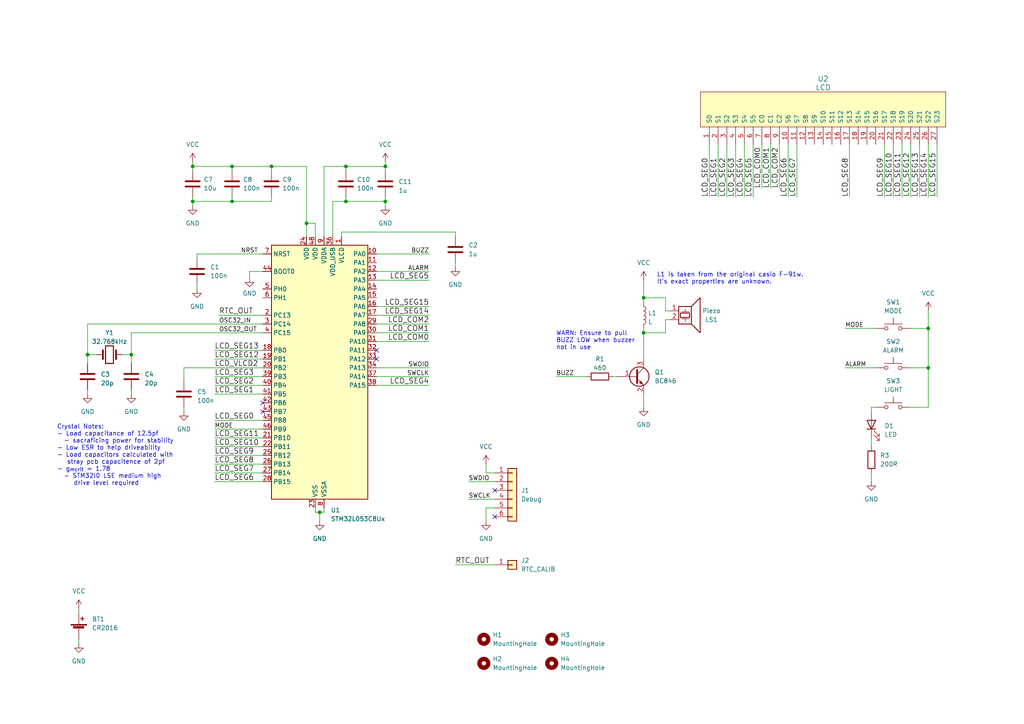
<source format=kicad_sch>
(kicad_sch (version 20230121) (generator eeschema)
  (paper "A4")
  (title_block (title "Watch") (date "2023-06-21") (rev "1.0"))
  (lib_symbols
    (symbol "Connector_Generic:Conn_01x01" (pin_names (offset 1.016) hide)
      (property "Reference" "J" (at 0 2.54 0))
      (property "Value" "Conn_01x01" (at 0 -2.54 0))
      (symbol "Conn_01x01_1_1"
        (rectangle (start -1.27 0.127) (end 0 -0.127) (stroke (width 0.1524)))
        (rectangle (start -1.27 1.27) (end 1.27 -1.27) (stroke (width 0.254)) (fill (type background)))
        (pin passive line (at -5.08 0 0) (length 3.81) (name "Pin_1") (number "1"))
      )
    )
    (symbol "Connector_Generic:Conn_01x06" (pin_names (offset 1.016) hide)
      (property "Reference" "J" (at 0 7.62 0))
      (property "Value" "Conn_01x06" (at 0 -10.16 0))
      (symbol "Conn_01x06_1_1"
        (rectangle (start -1.27 -7.493) (end 0 -7.747) (stroke (width 0.1524)))
        (rectangle (start -1.27 -4.953) (end 0 -5.207) (stroke (width 0.1524)))
        (rectangle (start -1.27 -2.413) (end 0 -2.667) (stroke (width 0.1524)))
        (rectangle (start -1.27 0.127) (end 0 -0.127) (stroke (width 0.1524)))
        (rectangle (start -1.27 2.667) (end 0 2.413) (stroke (width 0.1524)))
        (rectangle (start -1.27 5.207) (end 0 4.953) (stroke (width 0.1524)))
        (rectangle (start -1.27 6.35) (end 1.27 -8.89) (stroke (width 0.254)) (fill (type background)))
        (pin passive line (at -5.08 5.08 0) (length 3.81) (name "Pin_1") (number "1"))
        (pin passive line (at -5.08 2.54 0) (length 3.81) (name "Pin_2") (number "2"))
        (pin passive line (at -5.08 0 0) (length 3.81) (name "Pin_3") (number "3"))
        (pin passive line (at -5.08 -2.54 0) (length 3.81) (name "Pin_4") (number "4"))
        (pin passive line (at -5.08 -5.08 0) (length 3.81) (name "Pin_5") (number "5"))
        (pin passive line (at -5.08 -7.62 0) (length 3.81) (name "Pin_6") (number "6"))
      )
    )
    (symbol "Device:Battery_Cell" (pin_numbers hide) (pin_names (offset 0) hide)
      (property "Reference" "BT" (at 2.54 2.54 0))
      (property "Value" "Battery_Cell" (at 2.54 0 0))
      (symbol "Battery_Cell_0_1"
        (rectangle (start -2.286 1.778) (end 2.286 1.524) (fill (type outline)))
        (rectangle (start -1.5748 1.1938) (end 1.4732 0.6858) (fill (type outline)))
        (polyline (pts (xy 0 0.762) (xy 0 0)))
        (polyline (pts (xy 0 1.778) (xy 0 2.54)))
        (polyline (pts (xy 0.508 3.429) (xy 1.524 3.429)) (stroke (width 0.254)))
        (polyline (pts (xy 1.016 3.937) (xy 1.016 2.921)) (stroke (width 0.254)))
      )
      (symbol "Battery_Cell_1_1"
        (pin passive line (at 0 5.08 270) (length 2.54) (name "+") (number "1"))
        (pin passive line (at 0 -2.54 90) (length 2.54) (name "-") (number "2"))
      )
    )
    (symbol "Device:C" (pin_numbers hide) (pin_names (offset 0.254))
      (property "Reference" "C" (at 0.635 2.54 0))
      (property "Value" "C" (at 0.635 -2.54 0))
      (symbol "C_0_1"
        (polyline (pts (xy -2.032 -0.762) (xy 2.032 -0.762)) (stroke (width 0.508)))
        (polyline (pts (xy -2.032 0.762) (xy 2.032 0.762)) (stroke (width 0.508)))
      )
      (symbol "C_1_1"
        (pin passive line (at 0 3.81 270) (length 2.794) (name "~") (number "1"))
        (pin passive line (at 0 -3.81 90) (length 2.794) (name "~") (number "2"))
      )
    )
    (symbol "Device:Crystal" (pin_numbers hide) (pin_names (offset 1.016) hide)
      (property "Reference" "Y" (at 0 3.81 0))
      (property "Value" "Crystal" (at 0 -3.81 0))
      (symbol "Crystal_0_1"
        (rectangle (start -1.143 2.54) (end 1.143 -2.54) (stroke (width 0.3048)))
        (polyline (pts (xy -2.54 0) (xy -1.905 0)))
        (polyline (pts (xy -1.905 -1.27) (xy -1.905 1.27)) (stroke (width 0.508)))
        (polyline (pts (xy 1.905 -1.27) (xy 1.905 1.27)) (stroke (width 0.508)))
        (polyline (pts (xy 2.54 0) (xy 1.905 0)))
      )
      (symbol "Crystal_1_1"
        (pin passive line (at -3.81 0 0) (length 1.27) (name "1") (number "1"))
        (pin passive line (at 3.81 0 180) (length 1.27) (name "2") (number "2"))
      )
    )
    (symbol "Device:L" (pin_numbers hide) (pin_names (offset 1.016) hide)
      (property "Reference" "L" (at -1.27 0 90))
      (property "Value" "L" (at 1.905 0 90))
      (symbol "L_0_1"
        (arc (start 0 -2.54) (mid 0.6323 -1.905) (end 0 -1.27))
        (arc (start 0 -1.27) (mid 0.6323 -0.635) (end 0 0))
        (arc (start 0 0) (mid 0.6323 0.635) (end 0 1.27))
        (arc (start 0 1.27) (mid 0.6323 1.905) (end 0 2.54))
      )
      (symbol "L_1_1"
        (pin passive line (at 0 3.81 270) (length 1.27) (name "1") (number "1"))
        (pin passive line (at 0 -3.81 90) (length 1.27) (name "2") (number "2"))
      )
    )
    (symbol "Device:LED" (pin_numbers hide) (pin_names (offset 1.016) hide)
      (property "Reference" "D" (at 0 2.54 0))
      (property "Value" "LED" (at 0 -2.54 0))
      (symbol "LED_0_1"
        (polyline (pts (xy -1.27 -1.27) (xy -1.27 1.27)) (stroke (width 0.254)))
        (polyline (pts (xy -1.27 0) (xy 1.27 0)))
        (polyline (pts (xy 1.27 -1.27) (xy 1.27 1.27) (xy -1.27 0) (xy 1.27 -1.27)) (stroke (width 0.254)))
        (polyline (pts (xy -3.048 -0.762) (xy -4.572 -2.286) (xy -3.81 -2.286) (xy -4.572 -2.286) (xy -4.572 -1.524)))
        (polyline (pts (xy -1.778 -0.762) (xy -3.302 -2.286) (xy -2.54 -2.286) (xy -3.302 -2.286) (xy -3.302 -1.524)))
      )
      (symbol "LED_1_1"
        (pin passive line (at -3.81 0 0) (length 2.54) (name "K") (number "1"))
        (pin passive line (at 3.81 0 180) (length 2.54) (name "A") (number "2"))
      )
    )
    (symbol "Device:R" (pin_numbers hide) (pin_names (offset 0))
      (property "Reference" "R" (at 2.032 0 90))
      (property "Value" "R" (at 0 0 90))
      (symbol "R_0_1"
        (rectangle (start -1.016 -2.54) (end 1.016 2.54) (stroke (width 0.254)))
      )
      (symbol "R_1_1"
        (pin passive line (at 0 3.81 270) (length 1.27) (name "~") (number "1"))
        (pin passive line (at 0 -3.81 90) (length 1.27) (name "~") (number "2"))
      )
    )
    (symbol "Device:Speaker_Crystal" (pin_names (offset 0) hide)
      (property "Reference" "LS" (at 0.635 5.715 0))
      (property "Value" "Speaker_Crystal" (at 0.635 3.81 0))
      (symbol "Speaker_Crystal_0_0"
        (rectangle (start -2.54 1.27) (end 1.143 -3.81) (stroke (width 0.254)))
        (rectangle (start -2.032 -0.635) (end 0.635 -1.905) (stroke (width 0.254)))
        (polyline (pts (xy -1.651 -2.286) (xy 0.381 -2.286)))
        (polyline (pts (xy -1.651 -0.254) (xy 0.381 -0.254)))
        (polyline (pts (xy -0.635 -2.286) (xy -0.635 -3.048)))
        (polyline (pts (xy -0.635 -0.254) (xy -0.635 0.508)))
        (polyline (pts (xy 1.143 1.27) (xy 3.683 3.81) (xy 3.683 -6.35) (xy 1.143 -3.81)) (stroke (width 0.254)))
      )
      (symbol "Speaker_Crystal_1_1"
        (pin input line (at -5.08 0 0) (length 2.54) (name "1") (number "1"))
        (pin input line (at -5.08 -2.54 0) (length 2.54) (name "2") (number "2"))
      )
    )
    (symbol "GND_1" (power) (pin_names (offset 0))
      (property "Value" "GND_1" (at 0 -3.81 0))
      (symbol "GND_1_0_1"
        (polyline (pts (xy 0 0) (xy 0 -1.27) (xy 1.27 -1.27) (xy 0 -2.54) (xy -1.27 -1.27) (xy 0 -1.27)))
      )
      (symbol "GND_1_1_1"
        (pin power_in line (at 0 0 270) (length 0) hide (name "GND") (number "1"))
      )
    )
    (symbol "GND_2" (power) (pin_names (offset 0))
      (property "Value" "GND_2" (at 0 -3.81 0))
      (symbol "GND_2_0_1"
        (polyline (pts (xy 0 0) (xy 0 -1.27) (xy 1.27 -1.27) (xy 0 -2.54) (xy -1.27 -1.27) (xy 0 -1.27)))
      )
      (symbol "GND_2_1_1"
        (pin power_in line (at 0 0 270) (length 0) hide (name "GND") (number "1"))
      )
    )
    (symbol "GND_3" (power) (pin_names (offset 0))
      (property "Value" "GND_3" (at 0 -3.81 0))
      (symbol "GND_3_0_1"
        (polyline (pts (xy 0 0) (xy 0 -1.27) (xy 1.27 -1.27) (xy 0 -2.54) (xy -1.27 -1.27) (xy 0 -1.27)))
      )
      (symbol "GND_3_1_1"
        (pin power_in line (at 0 0 270) (length 0) hide (name "GND") (number "1"))
      )
    )
    (symbol "MCU_ST_STM32L0:STM32L053C8Ux"
      (property "Reference" "U" (at -12.7 39.37 0))
      (property "Value" "STM32L053C8Ux" (at 10.16 39.37 0))
      (symbol "STM32L053C8Ux_0_1"
        (rectangle (start -12.7 -35.56) (end 15.24 38.1) (stroke (width 0.254)) (fill (type background)))
      )
      (symbol "STM32L053C8Ux_1_1"
        (pin power_in line (at 7.62 40.64 270) (length 2.54) (name "VLCD") (number "1"))
        (pin bidirectional line (at 17.78 35.56 180) (length 2.54) (name "PA0") (number "10"))
        (pin bidirectional line (at 17.78 33.02 180) (length 2.54) (name "PA1") (number "11"))
        (pin bidirectional line (at 17.78 30.48 180) (length 2.54) (name "PA2") (number "12"))
        (pin bidirectional line (at 17.78 27.94 180) (length 2.54) (name "PA3") (number "13"))
        (pin bidirectional line (at 17.78 25.4 180) (length 2.54) (name "PA4") (number "14"))
        (pin bidirectional line (at 17.78 22.86 180) (length 2.54) (name "PA5") (number "15"))
        (pin bidirectional line (at 17.78 20.32 180) (length 2.54) (name "PA6") (number "16"))
        (pin bidirectional line (at 17.78 17.78 180) (length 2.54) (name "PA7") (number "17"))
        (pin bidirectional line (at -15.24 7.62 0) (length 2.54) (name "PB0") (number "18"))
        (pin bidirectional line (at -15.24 5.08 0) (length 2.54) (name "PB1") (number "19"))
        (pin bidirectional line (at -15.24 17.78 0) (length 2.54) (name "PC13") (number "2"))
        (pin bidirectional line (at -15.24 2.54 0) (length 2.54) (name "PB2") (number "20"))
        (pin bidirectional line (at -15.24 -17.78 0) (length 2.54) (name "PB10") (number "21"))
        (pin bidirectional line (at -15.24 -20.32 0) (length 2.54) (name "PB11") (number "22"))
        (pin power_in line (at 0 -38.1 90) (length 2.54) (name "VSS") (number "23"))
        (pin power_in line (at -2.54 40.64 270) (length 2.54) (name "VDD") (number "24"))
        (pin bidirectional line (at -15.24 -22.86 0) (length 2.54) (name "PB12") (number "25"))
        (pin bidirectional line (at -15.24 -25.4 0) (length 2.54) (name "PB13") (number "26"))
        (pin bidirectional line (at -15.24 -27.94 0) (length 2.54) (name "PB14") (number "27"))
        (pin bidirectional line (at -15.24 -30.48 0) (length 2.54) (name "PB15") (number "28"))
        (pin bidirectional line (at 17.78 15.24 180) (length 2.54) (name "PA8") (number "29"))
        (pin bidirectional line (at -15.24 15.24 0) (length 2.54) (name "PC14") (number "3"))
        (pin bidirectional line (at 17.78 12.7 180) (length 2.54) (name "PA9") (number "30"))
        (pin bidirectional line (at 17.78 10.16 180) (length 2.54) (name "PA10") (number "31"))
        (pin bidirectional line (at 17.78 7.62 180) (length 2.54) (name "PA11") (number "32"))
        (pin bidirectional line (at 17.78 5.08 180) (length 2.54) (name "PA12") (number "33"))
        (pin bidirectional line (at 17.78 2.54 180) (length 2.54) (name "PA13") (number "34"))
        (pin passive line (at 0 -38.1 90) (length 2.54) hide (name "VSS") (number "35"))
        (pin power_in line (at 5.08 40.64 270) (length 2.54) (name "VDD_USB") (number "36"))
        (pin bidirectional line (at 17.78 0 180) (length 2.54) (name "PA14") (number "37"))
        (pin bidirectional line (at 17.78 -2.54 180) (length 2.54) (name "PA15") (number "38"))
        (pin bidirectional line (at -15.24 0 0) (length 2.54) (name "PB3") (number "39"))
        (pin bidirectional line (at -15.24 12.7 0) (length 2.54) (name "PC15") (number "4"))
        (pin bidirectional line (at -15.24 -2.54 0) (length 2.54) (name "PB4") (number "40"))
        (pin bidirectional line (at -15.24 -5.08 0) (length 2.54) (name "PB5") (number "41"))
        (pin bidirectional line (at -15.24 -7.62 0) (length 2.54) (name "PB6") (number "42"))
        (pin bidirectional line (at -15.24 -10.16 0) (length 2.54) (name "PB7") (number "43"))
        (pin input line (at -15.24 30.48 0) (length 2.54) (name "BOOT0") (number "44"))
        (pin bidirectional line (at -15.24 -12.7 0) (length 2.54) (name "PB8") (number "45"))
        (pin bidirectional line (at -15.24 -15.24 0) (length 2.54) (name "PB9") (number "46"))
        (pin passive line (at 0 -38.1 90) (length 2.54) hide (name "VSS") (number "47"))
        (pin power_in line (at 0 40.64 270) (length 2.54) (name "VDD") (number "48"))
        (pin passive line (at 0 -38.1 90) (length 2.54) hide (name "VSS") (number "49"))
        (pin bidirectional line (at -15.24 25.4 0) (length 2.54) (name "PH0") (number "5"))
        (pin bidirectional line (at -15.24 22.86 0) (length 2.54) (name "PH1") (number "6"))
        (pin input line (at -15.24 35.56 0) (length 2.54) (name "NRST") (number "7"))
        (pin power_in line (at 2.54 -38.1 90) (length 2.54) (name "VSSA") (number "8"))
        (pin power_in line (at 2.54 40.64 270) (length 2.54) (name "VDDA") (number "9"))
      )
    )
    (symbol "Mechanical:MountingHole" (pin_names (offset 1.016))
      (property "Reference" "H" (at 0 5.08 0))
      (property "Value" "MountingHole" (at 0 3.175 0))
      (symbol "MountingHole_0_1"
        (circle (center 0 0) (radius 1.27) (stroke (width 1.27)))
      )
    )
    (symbol "Switch:SW_Push" (pin_numbers hide) (pin_names (offset 1.016) hide)
      (property "Reference" "SW" (at 1.27 2.54 0))
      (property "Value" "SW_Push" (at 0 -1.524 0))
      (symbol "SW_Push_0_1"
        (circle (center -2.032 0) (radius 0.508))
        (polyline (pts (xy 0 1.27) (xy 0 3.048)))
        (polyline (pts (xy 2.54 1.27) (xy -2.54 1.27)))
        (circle (center 2.032 0) (radius 0.508))
        (pin passive line (at -5.08 0 0) (length 2.54) (name "1") (number "1"))
        (pin passive line (at 5.08 0 180) (length 2.54) (name "2") (number "2"))
      )
    )
    (symbol "Transistor_BJT:BC846" (pin_names (offset 0) hide)
      (property "Reference" "Q" (at 5.08 1.905 0))
      (property "Value" "BC846" (at 5.08 0 0))
      (symbol "BC846_0_1"
        (polyline (pts (xy 0.635 0.635) (xy 2.54 2.54)))
        (polyline (pts (xy 0.635 -0.635) (xy 2.54 -2.54) (xy 2.54 -2.54)))
        (polyline (pts (xy 0.635 1.905) (xy 0.635 -1.905) (xy 0.635 -1.905)) (stroke (width 0.508)))
        (polyline (pts (xy 1.27 -1.778) (xy 1.778 -1.27) (xy 2.286 -2.286) (xy 1.27 -1.778) (xy 1.27 -1.778)) (fill (type outline)))
        (circle (center 1.27 0) (radius 2.8194) (stroke (width 0.254)))
      )
      (symbol "BC846_1_1"
        (pin input line (at -5.08 0 0) (length 5.715) (name "B") (number "1"))
        (pin passive line (at 2.54 -5.08 90) (length 2.54) (name "E") (number "2"))
        (pin passive line (at 2.54 5.08 270) (length 2.54) (name "C") (number "3"))
      )
    )
    (symbol "Watch:LCD" (pin_names (offset 1.016))
      (property "Reference" "U" (at 35.56 6.35 0))
      (property "Value" "LCD" (at 0 2.54 0))
      (symbol "LCD_1_1"
        (rectangle (start -33.02 5.08) (end 38.1 -5.08) (fill (type background)))
        (pin input line (at -30.48 -10.16 90) (length 5.08) (name "S0") (number "1"))
        (pin input line (at -7.62 -10.16 90) (length 5.08) (name "S6") (number "10"))
        (pin input line (at -5.08 -10.16 90) (length 5.08) (name "S7") (number "11"))
        (pin input line (at -2.54 -10.16 90) (length 5.08) (name "S8") (number "12"))
        (pin input line (at 0 -10.16 90) (length 5.08) (name "S9") (number "13"))
        (pin input line (at 2.54 -10.16 90) (length 5.08) (name "S10") (number "14"))
        (pin input line (at 5.08 -10.16 90) (length 5.08) (name "S11") (number "15"))
        (pin input line (at 7.62 -10.16 90) (length 5.08) (name "S12") (number "16"))
        (pin input line (at 10.16 -10.16 90) (length 5.08) (name "S13") (number "17"))
        (pin input line (at 12.7 -10.16 90) (length 5.08) (name "S14") (number "18"))
        (pin input line (at 15.24 -10.16 90) (length 5.08) (name "S15") (number "19"))
        (pin input line (at -27.94 -10.16 90) (length 5.08) (name "S1") (number "2"))
        (pin input line (at 17.78 -10.16 90) (length 5.08) (name "S16") (number "20"))
        (pin input line (at 20.32 -10.16 90) (length 5.08) (name "S17") (number "21"))
        (pin input line (at 22.86 -10.16 90) (length 5.08) (name "S18") (number "22"))
        (pin input line (at 25.4 -10.16 90) (length 5.08) (name "S19") (number "23"))
        (pin input line (at 27.94 -10.16 90) (length 5.08) (name "S20") (number "24"))
        (pin input line (at 30.48 -10.16 90) (length 5.08) (name "S21") (number "25"))
        (pin input line (at 33.02 -10.16 90) (length 5.08) (name "S22") (number "26"))
        (pin input line (at 35.56 -10.16 90) (length 5.08) (name "S23") (number "27"))
        (pin input line (at -25.4 -10.16 90) (length 5.08) (name "S2") (number "3"))
        (pin input line (at -22.86 -10.16 90) (length 5.08) (name "S3") (number "4"))
        (pin input line (at -20.32 -10.16 90) (length 5.08) (name "S4") (number "5"))
        (pin input line (at -17.78 -10.16 90) (length 5.08) (name "S5") (number "6"))
        (pin input line (at -15.24 -10.16 90) (length 5.08) (name "C0") (number "7"))
        (pin input line (at -12.7 -10.16 90) (length 5.08) (name "C1") (number "8"))
        (pin input line (at -10.16 -10.16 90) (length 5.08) (name "C2") (number "9"))
      )
    )
    (symbol "power:GND" (power) (pin_names (offset 0))
      (property "Value" "GND" (at 0 -3.81 0))
      (symbol "GND_0_1"
        (polyline (pts (xy 0 0) (xy 0 -1.27) (xy 1.27 -1.27) (xy 0 -2.54) (xy -1.27 -1.27) (xy 0 -1.27)))
      )
      (symbol "GND_1_1"
        (pin power_in line (at 0 0 270) (length 0) hide (name "GND") (number "1"))
      )
    )
    (symbol "power:VCC" (power) (pin_names (offset 0))
      (property "Value" "VCC" (at 0 3.81 0))
      (symbol "VCC_0_1"
        (polyline (pts (xy -0.762 1.27) (xy 0 2.54)))
        (polyline (pts (xy 0 0) (xy 0 2.54)))
        (polyline (pts (xy 0 2.54) (xy 0.762 1.27)))
      )
      (symbol "VCC_1_1"
        (pin power_in line (at 0 0 90) (length 0) hide (name "VCC") (number "1"))
      )
    )
  )
  (junction (at 92.71 148.59))
  (junction (at 111.76 48.26))
  (junction (at 55.88 48.26))
  (junction (at 100.33 58.42))
  (junction (at 186.69 96.52))
  (junction (at 186.69 86.36))
  (junction (at 269.24 95.25))
  (junction (at 67.31 58.42))
  (junction (at 269.24 106.68))
  (junction (at 25.4 102.87))
  (junction (at 67.31 48.26))
  (junction (at 88.9 64.77))
  (junction (at 100.33 48.26))
  (junction (at 78.74 48.26))
  (junction (at 55.88 58.42))
  (junction (at 111.76 58.42))
  (junction (at 38.1 102.87))
  (no_connect (at 143.51 149.86))
  (no_connect (at 76.2 116.84))
  (no_connect (at 143.51 142.24))
  (no_connect (at 76.2 119.38))
  (no_connect (at 109.22 101.6))
  (no_connect (at 109.22 104.14))
  (wire (pts (xy 193.04 92.71) (xy 193.04 96.52)))
  (wire (pts (xy 252.73 127) (xy 252.73 129.54)))
  (wire (pts (xy 269.24 106.68) (xy 269.24 118.11)))
  (wire (pts (xy 245.11 106.68) (xy 254 106.68)))
  (wire (pts (xy 62.23 104.14) (xy 76.2 104.14)))
  (wire (pts (xy 109.22 106.68) (xy 124.46 106.68)))
  (wire (pts (xy 38.1 96.52) (xy 76.2 96.52)))
  (wire (pts (xy 62.23 134.62) (xy 76.2 134.62)))
  (wire (pts (xy 96.52 58.42) (xy 96.52 68.58)))
  (wire (pts (xy 109.22 73.66) (xy 124.46 73.66)))
  (wire (pts (xy 246.38 41.91) (xy 246.38 57.15)))
  (wire (pts (xy 72.39 78.74) (xy 72.39 80.645)))
  (wire (pts (xy 38.1 102.87) (xy 38.1 105.41)))
  (wire (pts (xy 271.78 41.91) (xy 271.78 57.15)))
  (wire (pts (xy 25.4 102.87) (xy 27.94 102.87)))
  (wire (pts (xy 132.08 67.31) (xy 132.08 68.58)))
  (wire (pts (xy 111.76 49.53) (xy 111.76 48.26)))
  (wire (pts (xy 88.9 64.77) (xy 91.44 64.77)))
  (wire (pts (xy 88.9 48.26) (xy 88.9 64.77)))
  (wire (pts (xy 109.22 78.74) (xy 124.46 78.74)))
  (wire (pts (xy 266.7 41.91) (xy 266.7 57.15)))
  (wire (pts (xy 109.22 88.9) (xy 124.46 88.9)))
  (wire (pts (xy 264.16 106.68) (xy 269.24 106.68)))
  (wire (pts (xy 111.76 58.42) (xy 111.76 59.69)))
  (wire (pts (xy 231.14 41.91) (xy 231.14 57.15)))
  (wire (pts (xy 256.54 41.91) (xy 256.54 57.15)))
  (wire (pts (xy 55.88 57.15) (xy 55.88 58.42)))
  (wire (pts (xy 62.23 127) (xy 76.2 127)))
  (wire (pts (xy 269.24 95.25) (xy 264.16 95.25)))
  (wire (pts (xy 135.89 144.78) (xy 143.51 144.78)))
  (wire (pts (xy 78.74 48.26) (xy 78.74 49.53)))
  (wire (pts (xy 140.97 137.16) (xy 143.51 137.16)))
  (wire (pts (xy 205.74 41.91) (xy 205.74 57.15)))
  (wire (pts (xy 245.11 95.25) (xy 254 95.25)))
  (wire (pts (xy 111.76 48.26) (xy 100.33 48.26)))
  (wire (pts (xy 57.15 74.93) (xy 57.15 73.66)))
  (wire (pts (xy 62.23 114.3) (xy 76.2 114.3)))
  (wire (pts (xy 264.16 41.91) (xy 264.16 57.15)))
  (wire (pts (xy 109.22 99.06) (xy 124.46 99.06)))
  (wire (pts (xy 78.74 58.42) (xy 67.31 58.42)))
  (wire (pts (xy 109.22 109.22) (xy 124.46 109.22)))
  (wire (pts (xy 72.39 78.74) (xy 76.2 78.74)))
  (wire (pts (xy 92.71 148.59) (xy 92.71 151.13)))
  (wire (pts (xy 109.22 111.76) (xy 124.46 111.76)))
  (wire (pts (xy 193.04 86.36) (xy 186.69 86.36)))
  (wire (pts (xy 109.22 96.52) (xy 124.46 96.52)))
  (wire (pts (xy 67.31 48.26) (xy 78.74 48.26)))
  (wire (pts (xy 226.06 54.61) (xy 226.06 41.91)))
  (wire (pts (xy 111.76 46.99) (xy 111.76 48.26)))
  (wire (pts (xy 62.23 132.08) (xy 76.2 132.08)))
  (wire (pts (xy 67.31 48.26) (xy 67.31 49.53)))
  (wire (pts (xy 53.34 106.68) (xy 76.2 106.68)))
  (wire (pts (xy 55.88 58.42) (xy 55.88 59.69)))
  (wire (pts (xy 62.23 124.46) (xy 76.2 124.46)))
  (wire (pts (xy 91.44 64.77) (xy 91.44 68.58)))
  (wire (pts (xy 252.73 137.16) (xy 252.73 139.7)))
  (wire (pts (xy 53.34 118.11) (xy 53.34 119.38)))
  (wire (pts (xy 25.4 93.98) (xy 76.2 93.98)))
  (wire (pts (xy 186.69 114.3) (xy 186.69 118.11)))
  (wire (pts (xy 62.23 137.16) (xy 76.2 137.16)))
  (wire (pts (xy 109.22 93.98) (xy 124.46 93.98)))
  (wire (pts (xy 161.29 109.22) (xy 170.18 109.22)))
  (wire (pts (xy 269.24 41.91) (xy 269.24 57.15)))
  (wire (pts (xy 220.98 54.61) (xy 220.98 41.91)))
  (wire (pts (xy 269.24 90.17) (xy 269.24 95.25)))
  (wire (pts (xy 63.5 91.44) (xy 76.2 91.44)))
  (wire (pts (xy 135.89 139.7) (xy 143.51 139.7)))
  (wire (pts (xy 193.04 90.17) (xy 193.04 86.36)))
  (wire (pts (xy 194.31 92.71) (xy 193.04 92.71)))
  (wire (pts (xy 62.23 121.92) (xy 76.2 121.92)))
  (wire (pts (xy 132.08 76.2) (xy 132.08 77.47)))
  (wire (pts (xy 25.4 93.98) (xy 25.4 102.87)))
  (wire (pts (xy 186.69 81.28) (xy 186.69 86.36)))
  (wire (pts (xy 228.6 57.15) (xy 228.6 41.91)))
  (wire (pts (xy 109.22 91.44) (xy 124.46 91.44)))
  (wire (pts (xy 25.4 102.87) (xy 25.4 105.41)))
  (wire (pts (xy 91.44 148.59) (xy 92.71 148.59)))
  (wire (pts (xy 259.08 41.91) (xy 259.08 57.15)))
  (wire (pts (xy 67.31 58.42) (xy 55.88 58.42)))
  (wire (pts (xy 210.82 41.91) (xy 210.82 57.15)))
  (wire (pts (xy 62.23 109.22) (xy 76.2 109.22)))
  (wire (pts (xy 269.24 106.68) (xy 269.24 95.25)))
  (wire (pts (xy 109.22 81.28) (xy 124.46 81.28)))
  (wire (pts (xy 111.76 57.15) (xy 111.76 58.42)))
  (wire (pts (xy 93.98 48.26) (xy 93.98 68.58)))
  (wire (pts (xy 252.73 119.38) (xy 252.73 118.11)))
  (wire (pts (xy 35.56 102.87) (xy 38.1 102.87)))
  (wire (pts (xy 186.69 96.52) (xy 186.69 104.14)))
  (wire (pts (xy 38.1 96.52) (xy 38.1 102.87)))
  (wire (pts (xy 143.51 147.32) (xy 140.97 147.32)))
  (wire (pts (xy 67.31 57.15) (xy 67.31 58.42)))
  (wire (pts (xy 132.08 163.83) (xy 143.51 163.83)))
  (wire (pts (xy 38.1 113.03) (xy 38.1 114.3)))
  (wire (pts (xy 62.23 139.7) (xy 76.2 139.7)))
  (wire (pts (xy 99.06 67.31) (xy 132.08 67.31)))
  (wire (pts (xy 213.36 57.15) (xy 213.36 41.91)))
  (wire (pts (xy 215.9 41.91) (xy 215.9 57.15)))
  (wire (pts (xy 100.33 57.15) (xy 100.33 58.42)))
  (wire (pts (xy 93.98 147.32) (xy 93.98 148.59)))
  (wire (pts (xy 25.4 114.3) (xy 25.4 113.03)))
  (wire (pts (xy 55.88 48.26) (xy 67.31 48.26)))
  (wire (pts (xy 22.86 176.53) (xy 22.86 177.8)))
  (wire (pts (xy 177.8 109.22) (xy 179.07 109.22)))
  (wire (pts (xy 78.74 57.15) (xy 78.74 58.42)))
  (wire (pts (xy 223.52 54.61) (xy 223.52 41.91)))
  (wire (pts (xy 208.28 41.91) (xy 208.28 57.15)))
  (wire (pts (xy 100.33 48.26) (xy 100.33 49.53)))
  (wire (pts (xy 96.52 58.42) (xy 100.33 58.42)))
  (wire (pts (xy 76.2 129.54) (xy 62.23 129.54)))
  (wire (pts (xy 62.23 111.76) (xy 76.2 111.76)))
  (wire (pts (xy 53.34 106.68) (xy 53.34 110.49)))
  (wire (pts (xy 78.74 48.26) (xy 88.9 48.26)))
  (wire (pts (xy 111.76 58.42) (xy 100.33 58.42)))
  (wire (pts (xy 99.06 68.58) (xy 99.06 67.31)))
  (wire (pts (xy 62.23 101.6) (xy 76.2 101.6)))
  (wire (pts (xy 91.44 147.32) (xy 91.44 148.59)))
  (wire (pts (xy 55.88 46.99) (xy 55.88 48.26)))
  (wire (pts (xy 186.69 86.36) (xy 186.69 87.63)))
  (wire (pts (xy 186.69 95.25) (xy 186.69 96.52)))
  (wire (pts (xy 252.73 118.11) (xy 254 118.11)))
  (wire (pts (xy 57.15 82.55) (xy 57.15 83.82)))
  (wire (pts (xy 264.16 118.11) (xy 269.24 118.11)))
  (wire (pts (xy 218.44 41.91) (xy 218.44 57.15)))
  (wire (pts (xy 57.15 73.66) (xy 76.2 73.66)))
  (wire (pts (xy 193.04 96.52) (xy 186.69 96.52)))
  (wire (pts (xy 193.04 90.17) (xy 194.31 90.17)))
  (wire (pts (xy 140.97 134.62) (xy 140.97 137.16)))
  (wire (pts (xy 93.98 148.59) (xy 92.71 148.59)))
  (wire (pts (xy 88.9 64.77) (xy 88.9 68.58)))
  (wire (pts (xy 55.88 48.26) (xy 55.88 49.53)))
  (wire (pts (xy 261.62 41.91) (xy 261.62 57.15)))
  (wire (pts (xy 100.33 48.26) (xy 93.98 48.26)))
  (wire (pts (xy 22.86 185.42) (xy 22.86 186.69)))
  (wire (pts (xy 140.97 147.32) (xy 140.97 151.13)))
  (text "L1 is taken from the original casio F-91w.\nIt's exact properties are unknown." (at 190.5 82.55 0) (effects (font (size 1.27 1.27)) (justify left bottom)))
  (text "Crystal Notes:\n- Load capacitance of 12.5pf \n  - sacraficing power for stability\n- Low ESR to help driveability\n- Load capacitors calculated with\n   stray pcb capacitence of 2pf\n- g_{mcrit} = 1.78\n  - STM32l0 LSE medium high \n     drive level required" (at 16.51 140.97 0) (effects (font (size 1.27 1.27)) (justify left bottom)))
  (text "WARN: Ensure to pull \nBUZZ LOW when buzzer \nnot in use" (at 161.29 101.6 0) (effects (font (size 1.27 1.27)) (justify left bottom)))
  (label "ALARM" (at 245.11 106.68 0))
  (label "RTC_OUT" (at 63.5 91.44 0) (effects (font (size 1.524 1.524))))
  (label "SWCLK" (at 124.46 109.22 180))
  (label "LCD_VLCD2" (at 62.23 106.68 0) (effects (font (size 1.524 1.524))))
  (label "ALARM" (at 124.46 78.74 180))
  (label "LCD_SEG14" (at 269.24 57.15 90) (effects (font (size 1.524 1.524))))
  (label "SWDIO" (at 135.89 139.7 0))
  (label "LCD_SEG3" (at 62.23 109.22 0) (effects (font (size 1.524 1.524))))
  (label "LCD_COM0" (at 220.98 54.61 90) (effects (font (size 1.524 1.524))))
  (label "LCD_SEG15" (at 124.46 88.9 180) (effects (font (size 1.524 1.524))))
  (label "LCD_SEG5" (at 124.46 81.28 180) (effects (font (size 1.524 1.524))))
  (label "LCD_SEG12" (at 62.23 104.14 0) (effects (font (size 1.524 1.524))))
  (label "LCD_SEG14" (at 124.46 91.44 180) (effects (font (size 1.524 1.524))))
  (label "LCD_SEG1" (at 62.23 114.3 0) (effects (font (size 1.524 1.524))))
  (label "LCD_SEG4" (at 124.46 111.76 180) (effects (font (size 1.524 1.524))))
  (label "RTC_OUT" (at 132.08 163.83 0) (effects (font (size 1.524 1.524))))
  (label "LCD_SEG13" (at 266.7 57.15 90) (effects (font (size 1.524 1.524))))
  (label "MODE" (at 245.11 95.25 0))
  (label "LCD_SEG8" (at 246.38 57.15 90) (effects (font (size 1.524 1.524))))
  (label "SWCLK" (at 135.89 144.78 0))
  (label "LCD_SEG6" (at 62.23 139.7 0) (effects (font (size 1.524 1.524))))
  (label "LCD_SEG13" (at 62.23 101.6 0) (effects (font (size 1.524 1.524))))
  (label "LCD_SEG11" (at 62.23 127 0) (effects (font (size 1.524 1.524))))
  (label "LCD_SEG12" (at 264.16 57.15 90) (effects (font (size 1.524 1.524))))
  (label "LCD_SEG8" (at 62.23 134.62 0) (effects (font (size 1.524 1.524))))
  (label "LCD_SEG9" (at 62.23 132.08 0) (effects (font (size 1.524 1.524))))
  (label "LCD_SEG2" (at 62.23 111.76 0) (effects (font (size 1.524 1.524))))
  (label "LCD_COM1" (at 223.52 54.61 90) (effects (font (size 1.524 1.524))))
  (label "LCD_SEG15" (at 271.78 57.15 90) (effects (font (size 1.524 1.524))))
  (label "OSC32_IN" (at 63.5 93.98 0))
  (label "OSC32_OUT" (at 63.5 96.52 0))
  (label "LCD_COM1" (at 124.46 96.52 180) (effects (font (size 1.524 1.524))))
  (label "BUZZ" (at 161.29 109.22 0))
  (label "MODE" (at 62.23 124.46 0))
  (label "LCD_SEG7" (at 231.14 57.15 90) (effects (font (size 1.524 1.524))))
  (label "LCD_SEG4" (at 215.9 57.15 90) (effects (font (size 1.524 1.524))))
  (label "SWDIO" (at 124.46 106.68 180))
  (label "LCD_SEG6" (at 228.6 57.15 90) (effects (font (size 1.524 1.524))))
  (label "LCD_SEG7" (at 62.23 137.16 0) (effects (font (size 1.524 1.524))))
  (label "LCD_SEG1" (at 208.28 57.15 90) (effects (font (size 1.524 1.524))))
  (label "LCD_SEG3" (at 213.36 57.15 90) (effects (font (size 1.524 1.524))))
  (label "LCD_COM2" (at 124.46 93.98 180) (effects (font (size 1.524 1.524))))
  (label "LCD_SEG10" (at 259.08 57.15 90) (effects (font (size 1.524 1.524))))
  (label "LCD_SEG5" (at 218.44 57.15 90) (effects (font (size 1.524 1.524))))
  (label "LCD_SEG0" (at 62.23 121.92 0) (effects (font (size 1.524 1.524))))
  (label "BUZZ" (at 124.46 73.66 180))
  (label "LCD_COM2" (at 226.06 54.61 90) (effects (font (size 1.524 1.524))))
  (label "NRST" (at 69.85 73.66 0))
  (label "LCD_COM0" (at 124.46 99.06 180) (effects (font (size 1.524 1.524))))
  (label "LCD_SEG2" (at 210.82 57.15 90) (effects (font (size 1.524 1.524))))
  (label "LCD_SEG9" (at 256.54 57.15 90) (effects (font (size 1.524 1.524))))
  (label "LCD_SEG11" (at 261.62 57.15 90) (effects (font (size 1.524 1.524))))
  (label "LCD_SEG10" (at 62.23 129.54 0) (effects (font (size 1.524 1.524))))
  (label "LCD_SEG0" (at 205.74 57.15 90) (effects (font (size 1.524 1.524))))
  (symbol (lib_name "GND_1") (lib_id "power:GND") (at 132.08 77.47 0) (unit 1)
    (property "Reference" "#PWR019" (effects hide))
    (property "Value" "GND" (at 132.08 82.55 0))
  )
  (symbol (lib_id "Connector_Generic:Conn_01x01") (at 148.59 163.83 0) (unit 1)
    (property "Reference" "J2" (at 151.13 162.56 0) (effects (justify left)))
    (property "Value" "RTC_CALIB" (at 151.13 165.1 0) (effects (justify left)))
    (property "Footprint" "TestPoint:TestPoint_Pad_1.0x1.0mm" (effects hide))
  )
  (symbol (lib_id "Mechanical:MountingHole") (at 140.335 185.42 0) (unit 1) (in_bom no)
    (property "Reference" "H1" (at 142.875 184.1499 0) (effects (justify left)))
    (property "Value" "MountingHole" (at 142.875 186.6899 0) (effects (justify left)))
    (property "Footprint" "Watch:MountingHole_1.2mm" (effects hide))
  )
  (symbol (lib_id "power:VCC") (at 140.97 134.62 0) (unit 1)
    (property "Reference" "#PWR012" (effects hide))
    (property "Value" "VCC" (at 140.97 129.54 0))
  )
  (symbol (lib_id "Device:L") (at 186.69 91.44 0) (unit 1)
    (property "Reference" "L1" (at 187.96 90.805 0) (effects (justify left)))
    (property "Value" "L" (at 187.96 93.345 0) (effects (justify left)))
    (property "Footprint" "Inductor_SMD:L_1206_3216Metric" (effects hide))
  )
  (symbol (lib_id "Mechanical:MountingHole") (at 160.02 185.42 0) (unit 1) (in_bom no)
    (property "Reference" "H3" (at 162.56 184.1499 0) (effects (justify left)))
    (property "Value" "MountingHole" (at 162.56 186.6899 0) (effects (justify left)))
    (property "Footprint" "Watch:MountingHole_1.2mm" (effects hide))
  )
  (symbol (lib_id "Device:C") (at 132.08 72.39 0) (unit 1)
    (property "Reference" "C2" (at 135.89 71.1199 0) (effects (justify left)))
    (property "Value" "1u" (at 135.89 73.6599 0) (effects (justify left)))
    (property "Footprint" "Capacitor_SMD:C_0402_1005Metric" (effects hide))
  )
  (symbol (lib_id "power:GND") (at 53.34 119.38 0) (unit 1)
    (property "Reference" "#PWR07" (effects hide))
    (property "Value" "GND" (at 53.34 124.46 0))
  )
  (symbol (lib_id "power:GND") (at 252.73 139.7 0) (unit 1)
    (property "Reference" "#PWR017" (effects hide))
    (property "Value" "GND" (at 252.73 144.78 0))
  )
  (symbol (lib_id "power:GND") (at 111.76 59.69 0) (unit 1)
    (property "Reference" "#PWR014" (effects hide))
    (property "Value" "GND" (at 111.76 64.77 0))
  )
  (symbol (lib_id "power:GND") (at 38.1 114.3 0) (unit 1)
    (property "Reference" "#PWR06" (effects hide))
    (property "Value" "GND" (at 38.1 119.38 0))
  )
  (symbol (lib_id "Device:C") (at 111.76 53.34 0) (unit 1)
    (property "Reference" "C11" (at 115.57 52.705 0) (effects (justify left)))
    (property "Value" "1u" (at 115.57 55.245 0) (effects (justify left)))
    (property "Footprint" "Capacitor_SMD:C_0402_1005Metric" (effects hide))
  )
  (symbol (lib_id "power:VCC") (at 55.88 46.99 0) (unit 1)
    (property "Reference" "#PWR09" (effects hide))
    (property "Value" "VCC" (at 55.88 41.91 0))
  )
  (symbol (lib_name "GND_3") (lib_id "power:GND") (at 140.97 151.13 0) (unit 1)
    (property "Reference" "#PWR08" (effects hide))
    (property "Value" "GND" (at 140.97 156.21 0))
  )
  (symbol (lib_id "Transistor_BJT:BC846") (at 184.15 109.22 0) (unit 1)
    (property "Reference" "Q1" (at 189.865 107.9499 0) (effects (justify left)))
    (property "Value" "BC846" (at 189.865 110.4899 0) (effects (justify left)))
    (property "Footprint" "Package_TO_SOT_SMD:SOT-523" (effects hide))
    (property "Datasheet" "https://au.mouser.com/datasheet/2/308/BC846BM3_D-1802214.pdf" (effects hide))
  )
  (symbol (lib_id "Switch:SW_Push") (at 259.08 118.11 0) (unit 1) (in_bom no)
    (property "Reference" "SW3" (at 259.08 110.49 0))
    (property "Value" "LIGHT" (at 259.08 113.03 0))
    (property "Footprint" "Watch:Button" (effects hide))
  )
  (symbol (lib_id "Device:R") (at 252.73 133.35 0) (unit 1)
    (property "Reference" "R3" (at 255.27 132.0799 0) (effects (justify left)))
    (property "Value" "200R" (at 255.27 134.6199 0) (effects (justify left)))
    (property "Footprint" "Resistor_SMD:R_0402_1005Metric" (effects hide))
  )
  (symbol (lib_id "Device:C") (at 78.74 53.34 0) (unit 1)
    (property "Reference" "C9" (at 81.915 52.0699 0) (effects (justify left)))
    (property "Value" "100n" (at 81.915 54.6099 0) (effects (justify left)))
    (property "Footprint" "Capacitor_SMD:C_0402_1005Metric" (effects hide))
  )
  (symbol (lib_id "Switch:SW_Push") (at 259.08 106.68 0) (unit 1) (in_bom no)
    (property "Reference" "SW2" (at 259.08 99.06 0))
    (property "Value" "ALARM" (at 259.08 101.6 0))
    (property "Footprint" "Watch:Button" (effects hide))
  )
  (symbol (lib_id "MCU_ST_STM32L0:STM32L053C8Ux") (at 91.44 109.22 0) (unit 1)
    (property "Reference" "U1" (at 95.9359 147.955 0) (effects (justify left)))
    (property "Value" "STM32L053C8Ux" (at 95.9359 150.495 0) (effects (justify left)))
    (property "Footprint" "Package_DFN_QFN:QFN-48-1EP_7x7mm_P0.5mm_EP5.6x5.6mm" (effects hide))
    (property "Datasheet" "https://www.st.com/resource/en/datasheet/stm32l053c8.pdf" (effects hide))
  )
  (symbol (lib_id "Device:Battery_Cell") (at 22.86 182.88 0) (unit 1) (in_bom no)
    (property "Reference" "BT1" (at 26.67 179.5779 0) (effects (justify left)))
    (property "Value" "CR2016" (at 26.67 182.1179 0) (effects (justify left)))
    (property "Footprint" "Watch:BatteryTerminal" (effects hide))
  )
  (symbol (lib_id "Watch:LCD") (at 236.22 31.75 0) (unit 1)
    (property "Reference" "U2" (at 238.76 22.86 0) (effects (font (size 1.524 1.524))))
    (property "Value" "LCD" (at 238.76 25.4 0) (effects (font (size 1.524 1.524))))
    (property "Footprint" "f-91w:LCD" (effects hide))
  )
  (symbol (lib_id "power:VCC") (at 22.86 176.53 0) (unit 1)
    (property "Reference" "#PWR02" (effects hide))
    (property "Value" "VCC" (at 22.86 171.45 0))
  )
  (symbol (lib_id "power:VCC") (at 269.24 90.17 0) (unit 1)
    (property "Reference" "#PWR018" (effects hide))
    (property "Value" "VCC" (at 269.24 85.09 0))
  )
  (symbol (lib_id "power:GND") (at 22.86 186.69 0) (unit 1)
    (property "Reference" "#PWR03" (effects hide))
    (property "Value" "GND" (at 22.86 191.77 0))
  )
  (symbol (lib_id "Device:C") (at 55.88 53.34 0) (unit 1)
    (property "Reference" "C7" (at 59.055 52.0699 0) (effects (justify left)))
    (property "Value" "10u" (at 59.055 54.6099 0) (effects (justify left)))
    (property "Footprint" "Capacitor_SMD:C_0402_1005Metric" (effects hide))
  )
  (symbol (lib_id "Switch:SW_Push") (at 259.08 95.25 0) (unit 1) (in_bom no)
    (property "Reference" "SW1" (at 259.08 87.63 0))
    (property "Value" "MODE" (at 259.08 90.17 0))
    (property "Footprint" "Watch:Button" (effects hide))
  )
  (symbol (lib_id "power:GND") (at 25.4 114.3 0) (unit 1)
    (property "Reference" "#PWR05" (effects hide))
    (property "Value" "GND" (at 25.4 119.38 0))
  )
  (symbol (lib_id "Device:C") (at 38.1 109.22 0) (unit 1)
    (property "Reference" "C4" (at 41.91 108.585 0) (effects (justify left)))
    (property "Value" "20p" (at 41.91 111.125 0) (effects (justify left)))
    (property "Footprint" "Capacitor_SMD:C_0402_1005Metric" (effects hide))
  )
  (symbol (lib_id "power:GND") (at 55.88 59.69 0) (unit 1)
    (property "Reference" "#PWR010" (effects hide))
    (property "Value" "GND" (at 55.88 64.77 0))
  )
  (symbol (lib_id "power:VCC") (at 186.69 81.28 0) (unit 1)
    (property "Reference" "#PWR015" (effects hide))
    (property "Value" "VCC" (at 186.69 76.2 0))
  )
  (symbol (lib_id "power:GND") (at 186.69 118.11 0) (unit 1)
    (property "Reference" "#PWR016" (effects hide))
    (property "Value" "GND" (at 186.69 123.19 0))
  )
  (symbol (lib_name "GND_2") (lib_id "power:GND") (at 92.71 151.13 0) (unit 1)
    (property "Reference" "#PWR04" (effects hide))
    (property "Value" "GND" (at 92.71 156.21 0))
  )
  (symbol (lib_id "Device:C") (at 100.33 53.34 0) (unit 1)
    (property "Reference" "C10" (at 103.505 52.0699 0) (effects (justify left)))
    (property "Value" "100n" (at 103.505 54.6099 0) (effects (justify left)))
    (property "Footprint" "Capacitor_SMD:C_0402_1005Metric" (effects hide))
  )
  (symbol (lib_id "Device:LED") (at 252.73 123.19 90) (unit 1)
    (property "Reference" "D1" (at 256.54 123.5074 90) (effects (justify right)))
    (property "Value" "LED" (at 256.54 126.0474 90) (effects (justify right)))
    (property "Footprint" "LED_SMD:LED_1206_3216Metric" (effects hide))
    (property "Datasheet" "https://au.mouser.com/datasheet/2/216/APT3216LZGCK-535785.pdf" (effects hide))
  )
  (symbol (lib_id "Device:C") (at 53.34 114.3 0) (unit 1)
    (property "Reference" "C5" (at 57.15 113.665 0) (effects (justify left)))
    (property "Value" "100n" (at 57.15 116.205 0) (effects (justify left)))
    (property "Footprint" "Capacitor_SMD:C_0402_1005Metric" (effects hide))
  )
  (symbol (lib_id "power:VCC") (at 111.76 46.99 0) (unit 1)
    (property "Reference" "#PWR013" (effects hide))
    (property "Value" "VCC" (at 111.76 41.91 0))
  )
  (symbol (lib_id "Device:C") (at 67.31 53.34 0) (unit 1)
    (property "Reference" "C8" (at 70.485 52.0699 0) (effects (justify left)))
    (property "Value" "100n" (at 70.485 54.6099 0) (effects (justify left)))
    (property "Footprint" "Capacitor_SMD:C_0402_1005Metric" (effects hide))
  )
  (symbol (lib_id "Mechanical:MountingHole") (at 140.335 192.405 0) (unit 1) (in_bom no)
    (property "Reference" "H2" (at 142.875 191.1349 0) (effects (justify left)))
    (property "Value" "MountingHole" (at 142.875 193.6749 0) (effects (justify left)))
    (property "Footprint" "Watch:MountingHole_1.2mm" (effects hide))
  )
  (symbol (lib_id "power:GND") (at 57.15 83.82 0) (unit 1)
    (property "Reference" "#PWR01" (effects hide))
    (property "Value" "GND" (at 57.15 88.9 0))
  )
  (symbol (lib_id "Device:C") (at 57.15 78.74 0) (unit 1)
    (property "Reference" "C1" (at 60.96 77.4699 0) (effects (justify left)))
    (property "Value" "100n" (at 60.96 80.0099 0) (effects (justify left)))
    (property "Footprint" "Capacitor_SMD:C_0402_1005Metric" (effects hide))
  )
  (symbol (lib_id "Device:Speaker_Crystal") (at 199.39 90.17 0) (unit 1)
    (property "Reference" "LS1" (at 206.375 92.71 0))
    (property "Value" "Piezo" (at 206.375 90.17 0))
    (property "Footprint" "f-91w:Buzzer" (effects hide))
  )
  (symbol (lib_id "Device:C") (at 25.4 109.22 0) (unit 1)
    (property "Reference" "C3" (at 29.21 108.585 0) (effects (justify left)))
    (property "Value" "20p" (at 29.21 111.125 0) (effects (justify left)))
    (property "Footprint" "Capacitor_SMD:C_0402_1005Metric" (effects hide))
  )
  (symbol (lib_id "Device:R") (at 173.99 109.22 90) (unit 1)
    (property "Reference" "R1" (at 173.99 104.14 90))
    (property "Value" "460" (at 173.99 106.68 90))
    (property "Footprint" "Resistor_SMD:R_0402_1005Metric" (effects hide))
  )
  (symbol (lib_id "Connector_Generic:Conn_01x06") (at 148.59 142.24 0) (unit 1)
    (property "Reference" "J1" (at 151.13 142.24 0) (effects (justify left)))
    (property "Value" "Debug" (at 151.13 144.78 0) (effects (justify left)))
    (property "Footprint" "Paw-Connect:Paw-Connect_RevB_TC2030-IDC-NL_2x03_P1.27mm_Vertical" (effects hide))
  )
  (symbol (lib_id "Device:Crystal") (at 31.75 102.87 0) (mirror x) (unit 1)
    (property "Reference" "Y1" (at 31.75 96.52 0))
    (property "Value" "32.768kHz" (at 31.75 99.06 0))
    (property "Footprint" "Crystal:Crystal_SMD_2012-2Pin_2.0x1.2mm" (effects hide))
    (property "Datasheet" "https://ecsxtal.com/store/pdf/ECX-12RR.pdf" (effects hide))
  )
  (symbol (lib_id "Mechanical:MountingHole") (at 160.02 192.405 0) (unit 1) (in_bom no)
    (property "Reference" "H4" (at 162.56 191.1349 0) (effects (justify left)))
    (property "Value" "MountingHole" (at 162.56 193.6749 0) (effects (justify left)))
    (property "Footprint" "Watch:MountingHole_1.2mm" (effects hide))
  )
  (symbol (lib_id "power:GND") (at 72.39 80.645 0) (unit 1)
    (property "Reference" "#PWR011" (effects hide))
    (property "Value" "GND" (at 72.39 85.09 0))
  )
)
</source>
